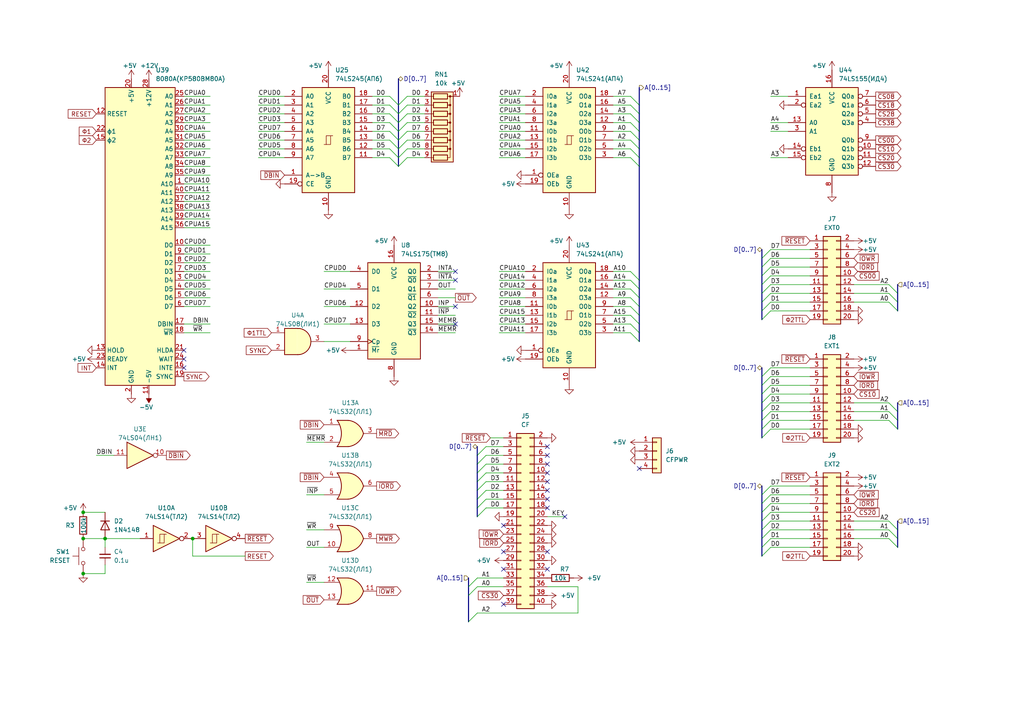
<source format=kicad_sch>
(kicad_sch (version 20230121) (generator eeschema)
  (paper "A4")
  (title_block (title "Pacific-80") (date "2023-07-13") (rev "1"))
  (junction (at 24.13 156.21))
  (junction (at 30.48 156.21))
  (junction (at 24.13 166.37))
  (junction (at 24.13 148.59))
  (junction (at 55.88 156.21))
  (no_connect (at 132.08 88.9))
  (no_connect (at 158.75 132.08))
  (no_connect (at 132.08 81.28))
  (no_connect (at 158.75 134.62))
  (no_connect (at 146.05 175.26))
  (no_connect (at 185.42 135.89))
  (no_connect (at 158.75 144.78))
  (no_connect (at 53.34 106.68))
  (no_connect (at 158.75 137.16))
  (no_connect (at 53.34 101.6))
  (no_connect (at 146.05 165.1))
  (no_connect (at 158.75 165.1))
  (no_connect (at 163.83 149.86))
  (no_connect (at 158.75 129.54))
  (no_connect (at 146.05 160.02))
  (no_connect (at 158.75 139.7))
  (no_connect (at 158.75 142.24))
  (no_connect (at 158.75 160.02))
  (no_connect (at 53.34 104.14))
  (no_connect (at 132.08 78.74))
  (no_connect (at 146.05 152.4))
  (no_connect (at 132.08 93.98))
  (no_connect (at 158.75 147.32))
  (bus_entry (at 113.03 38.1) (size 2.54 2.54))
  (bus_entry (at 140.97 129.54) (size -2.54 2.54))
  (bus_entry (at 223.52 119.38) (size -2.54 2.54))
  (bus_entry (at 223.52 146.05) (size -2.54 2.54))
  (bus_entry (at 257.81 87.63) (size 2.54 2.54))
  (bus_entry (at 140.97 144.78) (size -2.54 2.54))
  (bus_entry (at 182.88 83.82) (size 2.54 2.54))
  (bus_entry (at 223.52 116.84) (size -2.54 2.54))
  (bus_entry (at 182.88 38.1) (size 2.54 2.54))
  (bus_entry (at 223.52 114.3) (size -2.54 2.54))
  (bus_entry (at 118.11 27.94) (size -2.54 2.54))
  (bus_entry (at 182.88 27.94) (size 2.54 2.54))
  (bus_entry (at 118.11 30.48) (size -2.54 2.54))
  (bus_entry (at 182.88 43.18) (size 2.54 2.54))
  (bus_entry (at 223.52 87.63) (size -2.54 2.54))
  (bus_entry (at 223.52 143.51) (size -2.54 2.54))
  (bus_entry (at 257.81 85.09) (size 2.54 2.54))
  (bus_entry (at 113.03 45.72) (size 2.54 2.54))
  (bus_entry (at 182.88 96.52) (size 2.54 2.54))
  (bus_entry (at 138.43 170.18) (size -2.54 2.54))
  (bus_entry (at 223.52 74.93) (size -2.54 2.54))
  (bus_entry (at 140.97 134.62) (size -2.54 2.54))
  (bus_entry (at 182.88 30.48) (size 2.54 2.54))
  (bus_entry (at 223.52 80.01) (size -2.54 2.54))
  (bus_entry (at 182.88 45.72) (size 2.54 2.54))
  (bus_entry (at 140.97 147.32) (size -2.54 2.54))
  (bus_entry (at 113.03 33.02) (size 2.54 2.54))
  (bus_entry (at 113.03 40.64) (size 2.54 2.54))
  (bus_entry (at 223.52 140.97) (size -2.54 2.54))
  (bus_entry (at 223.52 153.67) (size -2.54 2.54))
  (bus_entry (at 257.81 82.55) (size 2.54 2.54))
  (bus_entry (at 182.88 35.56) (size 2.54 2.54))
  (bus_entry (at 257.81 121.92) (size 2.54 2.54))
  (bus_entry (at 140.97 132.08) (size -2.54 2.54))
  (bus_entry (at 118.11 43.18) (size -2.54 2.54))
  (bus_entry (at 118.11 35.56) (size -2.54 2.54))
  (bus_entry (at 223.52 156.21) (size -2.54 2.54))
  (bus_entry (at 118.11 45.72) (size -2.54 2.54))
  (bus_entry (at 138.43 177.8) (size -2.54 2.54))
  (bus_entry (at 182.88 33.02) (size 2.54 2.54))
  (bus_entry (at 223.52 124.46) (size -2.54 2.54))
  (bus_entry (at 140.97 139.7) (size -2.54 2.54))
  (bus_entry (at 257.81 119.38) (size 2.54 2.54))
  (bus_entry (at 113.03 43.18) (size 2.54 2.54))
  (bus_entry (at 138.43 167.64) (size -2.54 2.54))
  (bus_entry (at 223.52 148.59) (size -2.54 2.54))
  (bus_entry (at 182.88 81.28) (size 2.54 2.54))
  (bus_entry (at 182.88 93.98) (size 2.54 2.54))
  (bus_entry (at 113.03 35.56) (size 2.54 2.54))
  (bus_entry (at 223.52 106.68) (size -2.54 2.54))
  (bus_entry (at 223.52 121.92) (size -2.54 2.54))
  (bus_entry (at 182.88 40.64) (size 2.54 2.54))
  (bus_entry (at 223.52 72.39) (size -2.54 2.54))
  (bus_entry (at 118.11 33.02) (size -2.54 2.54))
  (bus_entry (at 182.88 78.74) (size 2.54 2.54))
  (bus_entry (at 223.52 90.17) (size -2.54 2.54))
  (bus_entry (at 118.11 40.64) (size -2.54 2.54))
  (bus_entry (at 257.81 151.13) (size 2.54 2.54))
  (bus_entry (at 140.97 137.16) (size -2.54 2.54))
  (bus_entry (at 223.52 111.76) (size -2.54 2.54))
  (bus_entry (at 182.88 88.9) (size 2.54 2.54))
  (bus_entry (at 113.03 27.94) (size 2.54 2.54))
  (bus_entry (at 182.88 86.36) (size 2.54 2.54))
  (bus_entry (at 182.88 91.44) (size 2.54 2.54))
  (bus_entry (at 223.52 82.55) (size -2.54 2.54))
  (bus_entry (at 223.52 151.13) (size -2.54 2.54))
  (bus_entry (at 257.81 116.84) (size 2.54 2.54))
  (bus_entry (at 118.11 38.1) (size -2.54 2.54))
  (bus_entry (at 257.81 153.67) (size 2.54 2.54))
  (bus_entry (at 140.97 142.24) (size -2.54 2.54))
  (bus_entry (at 223.52 109.22) (size -2.54 2.54))
  (bus_entry (at 257.81 156.21) (size 2.54 2.54))
  (bus_entry (at 113.03 30.48) (size 2.54 2.54))
  (bus_entry (at 223.52 85.09) (size -2.54 2.54))
  (bus_entry (at 223.52 77.47) (size -2.54 2.54))
  (bus_entry (at 223.52 158.75) (size -2.54 2.54))
  (bus (pts (xy 135.89 172.72) (xy 135.89 180.34)))
  (bus (pts (xy 220.98 143.51) (xy 220.98 146.05)))
  (wire (pts (xy 53.34 93.98) (xy 60.96 93.98)))
  (wire (pts (xy 74.93 38.1) (xy 82.55 38.1)))
  (wire (pts (xy 53.34 73.66) (xy 60.96 73.66)))
  (bus (pts (xy 220.98 114.3) (xy 220.98 116.84)))
  (wire (pts (xy 223.52 106.68) (xy 234.95 106.68)))
  (wire (pts (xy 144.78 38.1) (xy 152.4 38.1)))
  (bus (pts (xy 185.42 43.18) (xy 185.42 45.72)))
  (bus (pts (xy 185.42 96.52) (xy 185.42 99.06)))
  (wire (pts (xy 247.65 119.38) (xy 257.81 119.38)))
  (wire (pts (xy 113.03 33.02) (xy 107.95 33.02)))
  (wire (pts (xy 182.88 38.1) (xy 177.8 38.1)))
  (wire (pts (xy 247.65 121.92) (xy 257.81 121.92)))
  (wire (pts (xy 223.52 119.38) (xy 234.95 119.38)))
  (wire (pts (xy 158.75 170.18) (xy 167.64 170.18)))
  (bus (pts (xy 220.98 151.13) (xy 220.98 153.67)))
  (wire (pts (xy 223.52 82.55) (xy 234.95 82.55)))
  (bus (pts (xy 115.57 45.72) (xy 115.57 48.26)))
  (bus (pts (xy 220.98 119.38) (xy 220.98 121.92)))
  (wire (pts (xy 127 91.44) (xy 132.08 91.44)))
  (wire (pts (xy 140.97 144.78) (xy 146.05 144.78)))
  (wire (pts (xy 144.78 45.72) (xy 152.4 45.72)))
  (bus (pts (xy 220.98 106.68) (xy 220.98 109.22)))
  (wire (pts (xy 53.34 63.5) (xy 60.96 63.5)))
  (wire (pts (xy 158.75 149.86) (xy 163.83 149.86)))
  (wire (pts (xy 247.65 156.21) (xy 257.81 156.21)))
  (wire (pts (xy 118.11 43.18) (xy 123.19 43.18)))
  (wire (pts (xy 247.65 153.67) (xy 257.81 153.67)))
  (wire (pts (xy 93.98 99.06) (xy 101.6 99.06)))
  (wire (pts (xy 138.43 177.8) (xy 167.64 177.8)))
  (wire (pts (xy 144.78 91.44) (xy 152.4 91.44)))
  (bus (pts (xy 260.35 87.63) (xy 260.35 90.17)))
  (bus (pts (xy 220.98 111.76) (xy 220.98 114.3)))
  (wire (pts (xy 93.98 83.82) (xy 101.6 83.82)))
  (bus (pts (xy 115.57 33.02) (xy 115.57 35.56)))
  (wire (pts (xy 140.97 147.32) (xy 146.05 147.32)))
  (wire (pts (xy 30.48 158.75) (xy 30.48 156.21)))
  (wire (pts (xy 127 88.9) (xy 132.08 88.9)))
  (wire (pts (xy 118.11 40.64) (xy 123.19 40.64)))
  (wire (pts (xy 53.34 83.82) (xy 60.96 83.82)))
  (wire (pts (xy 127 93.98) (xy 132.08 93.98)))
  (wire (pts (xy 182.88 93.98) (xy 177.8 93.98)))
  (wire (pts (xy 53.34 43.18) (xy 60.96 43.18)))
  (bus (pts (xy 220.98 85.09) (xy 220.98 87.63)))
  (bus (pts (xy 185.42 48.26) (xy 185.42 81.28)))
  (wire (pts (xy 182.88 40.64) (xy 177.8 40.64)))
  (wire (pts (xy 53.34 60.96) (xy 60.96 60.96)))
  (wire (pts (xy 223.52 146.05) (xy 234.95 146.05)))
  (wire (pts (xy 223.52 80.01) (xy 234.95 80.01)))
  (wire (pts (xy 223.52 87.63) (xy 234.95 87.63)))
  (bus (pts (xy 220.98 80.01) (xy 220.98 82.55)))
  (bus (pts (xy 260.35 151.13) (xy 260.35 153.67)))
  (wire (pts (xy 53.34 96.52) (xy 60.96 96.52)))
  (wire (pts (xy 140.97 142.24) (xy 146.05 142.24)))
  (wire (pts (xy 167.64 170.18) (xy 167.64 177.8)))
  (wire (pts (xy 53.34 40.64) (xy 60.96 40.64)))
  (bus (pts (xy 138.43 137.16) (xy 138.43 139.7)))
  (bus (pts (xy 260.35 119.38) (xy 260.35 121.92)))
  (bus (pts (xy 220.98 156.21) (xy 220.98 158.75)))
  (bus (pts (xy 138.43 132.08) (xy 138.43 134.62)))
  (wire (pts (xy 53.34 53.34) (xy 60.96 53.34)))
  (bus (pts (xy 185.42 38.1) (xy 185.42 40.64)))
  (wire (pts (xy 182.88 86.36) (xy 177.8 86.36)))
  (bus (pts (xy 138.43 147.32) (xy 138.43 149.86)))
  (wire (pts (xy 223.52 151.13) (xy 234.95 151.13)))
  (wire (pts (xy 223.52 124.46) (xy 234.95 124.46)))
  (bus (pts (xy 185.42 83.82) (xy 185.42 86.36)))
  (wire (pts (xy 182.88 91.44) (xy 177.8 91.44)))
  (wire (pts (xy 113.03 40.64) (xy 107.95 40.64)))
  (wire (pts (xy 27.94 132.08) (xy 33.02 132.08)))
  (wire (pts (xy 223.52 116.84) (xy 234.95 116.84)))
  (bus (pts (xy 185.42 88.9) (xy 185.42 91.44)))
  (wire (pts (xy 30.48 156.21) (xy 40.64 156.21)))
  (bus (pts (xy 115.57 38.1) (xy 115.57 40.64)))
  (wire (pts (xy 53.34 66.04) (xy 60.96 66.04)))
  (bus (pts (xy 115.57 43.18) (xy 115.57 45.72)))
  (wire (pts (xy 223.52 121.92) (xy 234.95 121.92)))
  (wire (pts (xy 93.98 78.74) (xy 101.6 78.74)))
  (wire (pts (xy 223.52 27.94) (xy 228.6 27.94)))
  (bus (pts (xy 220.98 87.63) (xy 220.98 90.17)))
  (wire (pts (xy 144.78 78.74) (xy 152.4 78.74)))
  (wire (pts (xy 223.52 77.47) (xy 234.95 77.47)))
  (wire (pts (xy 182.88 35.56) (xy 177.8 35.56)))
  (bus (pts (xy 260.35 153.67) (xy 260.35 156.21)))
  (wire (pts (xy 144.78 40.64) (xy 152.4 40.64)))
  (bus (pts (xy 138.43 142.24) (xy 138.43 144.78)))
  (bus (pts (xy 138.43 134.62) (xy 138.43 137.16)))
  (wire (pts (xy 88.9 143.51) (xy 93.98 143.51)))
  (wire (pts (xy 144.78 86.36) (xy 152.4 86.36)))
  (wire (pts (xy 74.93 45.72) (xy 82.55 45.72)))
  (wire (pts (xy 113.03 45.72) (xy 107.95 45.72)))
  (wire (pts (xy 53.34 27.94) (xy 60.96 27.94)))
  (wire (pts (xy 223.52 85.09) (xy 234.95 85.09)))
  (wire (pts (xy 144.78 43.18) (xy 152.4 43.18)))
  (wire (pts (xy 144.78 35.56) (xy 152.4 35.56)))
  (wire (pts (xy 142.24 127) (xy 146.05 127)))
  (bus (pts (xy 185.42 33.02) (xy 185.42 35.56)))
  (bus (pts (xy 135.89 170.18) (xy 135.89 172.72)))
  (wire (pts (xy 223.52 148.59) (xy 234.95 148.59)))
  (bus (pts (xy 220.98 90.17) (xy 220.98 92.71)))
  (wire (pts (xy 24.13 156.21) (xy 30.48 156.21)))
  (bus (pts (xy 220.98 148.59) (xy 220.98 151.13)))
  (wire (pts (xy 223.52 111.76) (xy 234.95 111.76)))
  (wire (pts (xy 127 96.52) (xy 132.08 96.52)))
  (wire (pts (xy 223.52 140.97) (xy 234.95 140.97)))
  (wire (pts (xy 144.78 81.28) (xy 152.4 81.28)))
  (wire (pts (xy 182.88 83.82) (xy 177.8 83.82)))
  (wire (pts (xy 88.9 153.67) (xy 93.98 153.67)))
  (wire (pts (xy 113.03 30.48) (xy 107.95 30.48)))
  (wire (pts (xy 182.88 88.9) (xy 177.8 88.9)))
  (wire (pts (xy 247.65 82.55) (xy 257.81 82.55)))
  (bus (pts (xy 220.98 124.46) (xy 220.98 127)))
  (wire (pts (xy 53.34 45.72) (xy 60.96 45.72)))
  (bus (pts (xy 185.42 40.64) (xy 185.42 43.18)))
  (bus (pts (xy 220.98 82.55) (xy 220.98 85.09)))
  (bus (pts (xy 220.98 121.92) (xy 220.98 124.46)))
  (wire (pts (xy 223.52 74.93) (xy 234.95 74.93)))
  (bus (pts (xy 185.42 86.36) (xy 185.42 88.9)))
  (wire (pts (xy 144.78 88.9) (xy 152.4 88.9)))
  (bus (pts (xy 185.42 35.56) (xy 185.42 38.1)))
  (wire (pts (xy 53.34 48.26) (xy 60.96 48.26)))
  (wire (pts (xy 53.34 78.74) (xy 60.96 78.74)))
  (wire (pts (xy 127 81.28) (xy 132.08 81.28)))
  (wire (pts (xy 144.78 93.98) (xy 152.4 93.98)))
  (wire (pts (xy 223.52 72.39) (xy 234.95 72.39)))
  (wire (pts (xy 53.34 88.9) (xy 60.96 88.9)))
  (bus (pts (xy 115.57 22.86) (xy 115.57 30.48)))
  (wire (pts (xy 53.34 33.02) (xy 60.96 33.02)))
  (wire (pts (xy 144.78 27.94) (xy 152.4 27.94)))
  (wire (pts (xy 118.11 38.1) (xy 123.19 38.1)))
  (wire (pts (xy 223.52 45.72) (xy 228.6 45.72)))
  (wire (pts (xy 247.65 87.63) (xy 257.81 87.63)))
  (wire (pts (xy 74.93 43.18) (xy 82.55 43.18)))
  (wire (pts (xy 223.52 35.56) (xy 228.6 35.56)))
  (bus (pts (xy 115.57 35.56) (xy 115.57 38.1)))
  (bus (pts (xy 185.42 45.72) (xy 185.42 48.26)))
  (bus (pts (xy 138.43 144.78) (xy 138.43 147.32)))
  (wire (pts (xy 88.9 128.27) (xy 93.98 128.27)))
  (wire (pts (xy 127 86.36) (xy 132.08 86.36)))
  (bus (pts (xy 220.98 74.93) (xy 220.98 77.47)))
  (wire (pts (xy 53.34 38.1) (xy 60.96 38.1)))
  (wire (pts (xy 118.11 35.56) (xy 123.19 35.56)))
  (wire (pts (xy 53.34 76.2) (xy 60.96 76.2)))
  (wire (pts (xy 223.52 38.1) (xy 228.6 38.1)))
  (wire (pts (xy 74.93 27.94) (xy 82.55 27.94)))
  (wire (pts (xy 223.52 158.75) (xy 234.95 158.75)))
  (bus (pts (xy 185.42 93.98) (xy 185.42 96.52)))
  (wire (pts (xy 53.34 50.8) (xy 60.96 50.8)))
  (bus (pts (xy 220.98 72.39) (xy 220.98 74.93)))
  (wire (pts (xy 223.52 143.51) (xy 234.95 143.51)))
  (wire (pts (xy 88.9 158.75) (xy 93.98 158.75)))
  (bus (pts (xy 220.98 140.97) (xy 220.98 143.51)))
  (wire (pts (xy 55.88 161.29) (xy 55.88 156.21)))
  (wire (pts (xy 140.97 134.62) (xy 146.05 134.62)))
  (wire (pts (xy 144.78 30.48) (xy 152.4 30.48)))
  (wire (pts (xy 88.9 168.91) (xy 93.98 168.91)))
  (wire (pts (xy 24.13 148.59) (xy 30.48 148.59)))
  (wire (pts (xy 182.88 45.72) (xy 177.8 45.72)))
  (bus (pts (xy 260.35 116.84) (xy 260.35 119.38)))
  (wire (pts (xy 71.12 161.29) (xy 55.88 161.29)))
  (wire (pts (xy 53.34 30.48) (xy 60.96 30.48)))
  (bus (pts (xy 185.42 30.48) (xy 185.42 33.02)))
  (wire (pts (xy 127 83.82) (xy 132.08 83.82)))
  (wire (pts (xy 182.88 96.52) (xy 177.8 96.52)))
  (wire (pts (xy 113.03 35.56) (xy 107.95 35.56)))
  (wire (pts (xy 74.93 30.48) (xy 82.55 30.48)))
  (bus (pts (xy 260.35 85.09) (xy 260.35 87.63)))
  (bus (pts (xy 260.35 156.21) (xy 260.35 158.75)))
  (wire (pts (xy 182.88 27.94) (xy 177.8 27.94)))
  (wire (pts (xy 93.98 88.9) (xy 101.6 88.9)))
  (wire (pts (xy 74.93 40.64) (xy 82.55 40.64)))
  (wire (pts (xy 247.65 85.09) (xy 257.81 85.09)))
  (wire (pts (xy 182.88 43.18) (xy 177.8 43.18)))
  (wire (pts (xy 223.52 90.17) (xy 234.95 90.17)))
  (wire (pts (xy 140.97 129.54) (xy 146.05 129.54)))
  (wire (pts (xy 182.88 81.28) (xy 177.8 81.28)))
  (wire (pts (xy 53.34 58.42) (xy 60.96 58.42)))
  (wire (pts (xy 144.78 83.82) (xy 152.4 83.82)))
  (bus (pts (xy 185.42 25.4) (xy 185.42 30.48)))
  (wire (pts (xy 182.88 33.02) (xy 177.8 33.02)))
  (wire (pts (xy 127 78.74) (xy 132.08 78.74)))
  (bus (pts (xy 138.43 139.7) (xy 138.43 142.24)))
  (wire (pts (xy 223.52 114.3) (xy 234.95 114.3)))
  (bus (pts (xy 220.98 77.47) (xy 220.98 80.01)))
  (bus (pts (xy 220.98 116.84) (xy 220.98 119.38)))
  (bus (pts (xy 115.57 30.48) (xy 115.57 33.02)))
  (wire (pts (xy 53.34 35.56) (xy 60.96 35.56)))
  (bus (pts (xy 185.42 81.28) (xy 185.42 83.82)))
  (wire (pts (xy 113.03 43.18) (xy 107.95 43.18)))
  (wire (pts (xy 223.52 156.21) (xy 234.95 156.21)))
  (wire (pts (xy 144.78 96.52) (xy 152.4 96.52)))
  (wire (pts (xy 53.34 55.88) (xy 60.96 55.88)))
  (wire (pts (xy 140.97 139.7) (xy 146.05 139.7)))
  (wire (pts (xy 138.43 170.18) (xy 146.05 170.18)))
  (bus (pts (xy 220.98 153.67) (xy 220.98 156.21)))
  (bus (pts (xy 138.43 129.54) (xy 138.43 132.08)))
  (wire (pts (xy 53.34 71.12) (xy 60.96 71.12)))
  (wire (pts (xy 140.97 137.16) (xy 146.05 137.16)))
  (wire (pts (xy 182.88 30.48) (xy 177.8 30.48)))
  (wire (pts (xy 223.52 109.22) (xy 234.95 109.22)))
  (bus (pts (xy 260.35 82.55) (xy 260.35 85.09)))
  (wire (pts (xy 113.03 27.94) (xy 107.95 27.94)))
  (wire (pts (xy 74.93 35.56) (xy 82.55 35.56)))
  (bus (pts (xy 220.98 109.22) (xy 220.98 111.76)))
  (wire (pts (xy 138.43 167.64) (xy 146.05 167.64)))
  (wire (pts (xy 30.48 163.83) (xy 30.48 166.37)))
  (wire (pts (xy 30.48 166.37) (xy 24.13 166.37)))
  (wire (pts (xy 247.65 116.84) (xy 257.81 116.84)))
  (bus (pts (xy 220.98 146.05) (xy 220.98 148.59)))
  (wire (pts (xy 118.11 33.02) (xy 123.19 33.02)))
  (wire (pts (xy 140.97 132.08) (xy 146.05 132.08)))
  (bus (pts (xy 135.89 167.64) (xy 135.89 170.18)))
  (wire (pts (xy 223.52 153.67) (xy 234.95 153.67)))
  (wire (pts (xy 53.34 86.36) (xy 60.96 86.36)))
  (wire (pts (xy 118.11 30.48) (xy 123.19 30.48)))
  (wire (pts (xy 93.98 93.98) (xy 101.6 93.98)))
  (wire (pts (xy 144.78 33.02) (xy 152.4 33.02)))
  (wire (pts (xy 53.34 81.28) (xy 60.96 81.28)))
  (wire (pts (xy 182.88 78.74) (xy 177.8 78.74)))
  (bus (pts (xy 185.42 91.44) (xy 185.42 93.98)))
  (bus (pts (xy 115.57 40.64) (xy 115.57 43.18)))
  (wire (pts (xy 118.11 27.94) (xy 123.19 27.94)))
  (wire (pts (xy 118.11 45.72) (xy 123.19 45.72)))
  (wire (pts (xy 247.65 151.13) (xy 257.81 151.13)))
  (wire (pts (xy 113.03 38.1) (xy 107.95 38.1)))
  (wire (pts (xy 74.93 33.02) (xy 82.55 33.02)))
  (bus (pts (xy 220.98 158.75) (xy 220.98 161.29)))
  (bus (pts (xy 260.35 121.92) (xy 260.35 124.46)))
  (label "CPUD3" (at 53.34 78.74 0))
  (label "KEY" (at 160.02 149.86 0))
  (label "D7" (at 223.52 72.39 0))
  (label "A2" (at 255.27 151.13 0))
  (label "A0" (at 255.27 121.92 0))
  (label "A12" (at 181.61 83.82 180))
  (label "D5" (at 223.52 111.76 0))
  (label "D3" (at 111.76 35.56 180))
  (label "CPUA11" (at 53.34 55.88 0))
  (label "CPUD1" (at 74.93 30.48 0))
  (label "A9" (at 181.61 86.36 180))
  (label "D6" (at 223.52 143.51 0))
  (label "A1" (at 181.61 35.56 180))
  (label "D4" (at 119.38 45.72 0))
  (label "CPUA2" (at 53.34 33.02 0))
  (label "DBIN" (at 27.94 132.08 0))
  (label "DBIN" (at 55.88 93.98 0))
  (label "CPUA14" (at 53.34 63.5 0))
  (label "INP" (at 127 88.9 0))
  (label "A0" (at 255.27 156.21 0))
  (label "D6" (at 111.76 40.64 180))
  (label "A1" (at 255.27 85.09 0))
  (label "A4" (at 181.61 43.18 180))
  (label "OUT" (at 88.9 158.75 0))
  (label "~{INTA}" (at 127 81.28 0))
  (label "CPUD5" (at 53.34 83.82 0))
  (label "D0" (at 119.38 27.94 0))
  (label "CPUA15" (at 144.78 91.44 0))
  (label "~{MEMR}" (at 127 96.52 0))
  (label "CPUD7" (at 93.98 93.98 0))
  (label "CPUA5" (at 53.34 40.64 0))
  (label "CPUD7" (at 53.34 88.9 0))
  (label "D1" (at 223.52 121.92 0))
  (label "A2" (at 255.27 82.55 0))
  (label "D4" (at 223.52 80.01 0))
  (label "~{WR}" (at 88.9 153.67 0))
  (label "CPUA14" (at 144.78 81.28 0))
  (label "D0" (at 223.52 158.75 0))
  (label "CPUA13" (at 144.78 93.98 0))
  (label "A13" (at 181.61 93.98 180))
  (label "CPUA4" (at 53.34 38.1 0))
  (label "OUT" (at 127 83.82 0))
  (label "CPUD6" (at 74.93 40.64 0))
  (label "CPUA7" (at 53.34 45.72 0))
  (label "A15" (at 181.61 91.44 180))
  (label "D5" (at 142.24 134.62 0))
  (label "CPUA1" (at 53.34 30.48 0))
  (label "A0" (at 181.61 38.1 180))
  (label "D3" (at 142.24 139.7 0))
  (label "CPUA3" (at 53.34 35.56 0))
  (label "D6" (at 142.24 132.08 0))
  (label "A2" (at 139.7 177.8 0))
  (label "A5" (at 181.61 30.48 180))
  (label "D2" (at 111.76 33.02 180))
  (label "CPUD7" (at 74.93 38.1 0))
  (label "CPUA9" (at 144.78 86.36 0))
  (label "D2" (at 142.24 142.24 0))
  (label "D3" (at 223.52 116.84 0))
  (label "D1" (at 223.52 156.21 0))
  (label "A3" (at 181.61 33.02 180))
  (label "A2" (at 181.61 40.64 180))
  (label "CPUD2" (at 74.93 33.02 0))
  (label "CPUA10" (at 144.78 78.74 0))
  (label "D7" (at 142.24 129.54 0))
  (label "CPUD4" (at 53.34 81.28 0))
  (label "A6" (at 181.61 45.72 180))
  (label "CPUA7" (at 144.78 27.94 0))
  (label "D2" (at 223.52 119.38 0))
  (label "D5" (at 111.76 43.18 180))
  (label "D5" (at 119.38 43.18 0))
  (label "D7" (at 223.52 140.97 0))
  (label "A1" (at 139.7 167.64 0))
  (label "CPUD0" (at 74.93 27.94 0))
  (label "D2" (at 223.52 153.67 0))
  (label "D1" (at 111.76 30.48 180))
  (label "CPUD5" (at 74.93 43.18 0))
  (label "D7" (at 111.76 38.1 180))
  (label "CPUD0" (at 93.98 78.74 0))
  (label "CPUA8" (at 144.78 88.9 0))
  (label "CPUD3" (at 74.93 35.56 0))
  (label "CPUA3" (at 144.78 33.02 0))
  (label "D4" (at 223.52 114.3 0))
  (label "~{INP}" (at 88.9 143.51 0))
  (label "A7" (at 181.61 27.94 180))
  (label "D1" (at 223.52 87.63 0))
  (label "CPUD2" (at 53.34 76.2 0))
  (label "CPUA15" (at 53.34 66.04 0))
  (label "A11" (at 181.61 96.52 180))
  (label "CPUD1" (at 53.34 73.66 0))
  (label "CPUA0" (at 144.78 38.1 0))
  (label "D0" (at 142.24 147.32 0))
  (label "A0" (at 255.27 87.63 0))
  (label "MEMR" (at 127 93.98 0))
  (label "D2" (at 119.38 33.02 0))
  (label "D3" (at 223.52 82.55 0))
  (label "~{MEMR}" (at 88.9 128.27 0))
  (label "CPUD4" (at 93.98 83.82 0))
  (label "D6" (at 119.38 40.64 0))
  (label "CPUA9" (at 53.34 50.8 0))
  (label "D0" (at 111.76 27.94 180))
  (label "CPUA12" (at 144.78 83.82 0))
  (label "CPUD0" (at 53.34 71.12 0))
  (label "D5" (at 223.52 146.05 0))
  (label "~{WR}" (at 88.9 168.91 0))
  (label "A2" (at 255.27 116.84 0))
  (label "D5" (at 223.52 77.47 0))
  (label "CPUA5" (at 144.78 30.48 0))
  (label "~{INP}" (at 127 91.44 0))
  (label "CPUA8" (at 53.34 48.26 0))
  (label "CPUD6" (at 53.34 86.36 0))
  (label "D0" (at 223.52 90.17 0))
  (label "D6" (at 223.52 74.93 0))
  (label "A3" (at 226.06 45.72 180))
  (label "CPUA13" (at 53.34 60.96 0))
  (label "D7" (at 119.38 38.1 0))
  (label "D1" (at 119.38 30.48 0))
  (label "CPUD4" (at 74.93 45.72 0))
  (label "D2" (at 223.52 85.09 0))
  (label "A14" (at 181.61 81.28 180))
  (label "D3" (at 223.52 151.13 0))
  (label "CPUA12" (at 53.34 58.42 0))
  (label "INTA" (at 127 78.74 0))
  (label "D1" (at 142.24 144.78 0))
  (label "A3" (at 226.06 27.94 180))
  (label "A0" (at 139.7 170.18 0))
  (label "D4" (at 223.52 148.59 0))
  (label "CPUA1" (at 144.78 35.56 0))
  (label "~{WR}" (at 55.88 96.52 0))
  (label "CPUA4" (at 144.78 43.18 0))
  (label "A10" (at 181.61 78.74 180))
  (label "CPUA6" (at 53.34 43.18 0))
  (label "D4" (at 142.24 137.16 0))
  (label "CPUA6" (at 144.78 45.72 0))
  (label "CPUA10" (at 53.34 53.34 0))
  (label "D0" (at 223.52 124.46 0))
  (label "CPUD6" (at 93.98 88.9 0))
  (label "D7" (at 223.52 106.68 0))
  (label "A1" (at 255.27 153.67 0))
  (label "D6" (at 223.52 109.22 0))
  (label "A5" (at 226.06 38.1 180))
  (label "CPUA0" (at 53.34 27.94 0))
  (label "CPUA11" (at 144.78 96.52 0))
  (label "A1" (at 255.27 119.38 0))
  (label "D3" (at 119.38 35.56 0))
  (label "A8" (at 181.61 88.9 180))
  (label "D4" (at 111.76 45.72 180))
  (label "A4" (at 226.06 35.56 180))
  (label "CPUA2" (at 144.78 40.64 0))
  (global_label "~{CS30}" (shape input) (at 146.05 172.72 180) (property "Intersheetrefs" "${INTERSHEET_REFS}" (effects hide)))
  (global_label "~{CS20}" (shape input) (at 247.65 148.59 0) (property "Intersheetrefs" "${INTERSHEET_REFS}" (effects hide)))
  (global_label "~{OUT}" (shape input) (at 93.98 173.99 180) (property "Intersheetrefs" "${INTERSHEET_REFS}" (effects hide)))
  (global_label "~{IOWR}" (shape input) (at 247.65 109.22 0) (property "Intersheetrefs" "${INTERSHEET_REFS}" (effects hide)))
  (global_label "Ф1" (shape input) (at 27.94 38.1 180) (property "Intersheetrefs" "${INTERSHEET_REFS}" (effects hide)))
  (global_label "~{IORD}" (shape input) (at 146.05 157.48 180) (property "Intersheetrefs" "${INTERSHEET_REFS}" (effects hide)))
  (global_label "~{DBIN}" (shape input) (at 93.98 123.19 180) (property "Intersheetrefs" "${INTERSHEET_REFS}" (effects hide)))
  (global_label "~{OUT}" (shape output) (at 132.08 86.36 0) (property "Intersheetrefs" "${INTERSHEET_REFS}" (effects hide)))
  (global_label "~{DBIN}" (shape output) (at 48.26 132.08 0) (property "Intersheetrefs" "${INTERSHEET_REFS}" (effects hide)))
  (global_label "Ф2TTL" (shape input) (at 234.95 92.71 180) (property "Intersheetrefs" "${INTERSHEET_REFS}" (effects hide)))
  (global_label "~{CS10}" (shape output) (at 254 43.18 0) (property "Intersheetrefs" "${INTERSHEET_REFS}" (effects hide)))
  (global_label "~{RESET}" (shape input) (at 142.24 127 180) (property "Intersheetrefs" "${INTERSHEET_REFS}" (effects hide)))
  (global_label "~{RESET}" (shape input) (at 234.95 138.43 180) (property "Intersheetrefs" "${INTERSHEET_REFS}" (effects hide)))
  (global_label "Ф2" (shape input) (at 27.94 40.64 180) (property "Intersheetrefs" "${INTERSHEET_REFS}" (effects hide)))
  (global_label "~{CS00}" (shape output) (at 254 40.64 0) (property "Intersheetrefs" "${INTERSHEET_REFS}" (effects hide)))
  (global_label "~{IOWR}" (shape input) (at 247.65 143.51 0) (property "Intersheetrefs" "${INTERSHEET_REFS}" (effects hide)))
  (global_label "Ф1TTL" (shape input) (at 78.74 96.52 180) (property "Intersheetrefs" "${INTERSHEET_REFS}" (effects hide)))
  (global_label "~{CS20}" (shape output) (at 254 45.72 0) (property "Intersheetrefs" "${INTERSHEET_REFS}" (effects hide)))
  (global_label "~{IORD}" (shape input) (at 247.65 146.05 0) (property "Intersheetrefs" "${INTERSHEET_REFS}" (effects hide)))
  (global_label "~{IORD}" (shape output) (at 109.22 140.97 0) (property "Intersheetrefs" "${INTERSHEET_REFS}" (effects hide)))
  (global_label "~{RESET}" (shape input) (at 234.95 104.14 180) (property "Intersheetrefs" "${INTERSHEET_REFS}" (effects hide)))
  (global_label "~{CS00}" (shape input) (at 247.65 80.01 0) (property "Intersheetrefs" "${INTERSHEET_REFS}" (effects hide)))
  (global_label "~{CS38}" (shape output) (at 254 35.56 0) (property "Intersheetrefs" "${INTERSHEET_REFS}" (effects hide)))
  (global_label "~{CS08}" (shape output) (at 254 27.94 0) (property "Intersheetrefs" "${INTERSHEET_REFS}" (effects hide)))
  (global_label "Ф2TTL" (shape input) (at 234.95 127 180) (property "Intersheetrefs" "${INTERSHEET_REFS}" (effects hide)))
  (global_label "SYNC" (shape input) (at 78.74 101.6 180) (property "Intersheetrefs" "${INTERSHEET_REFS}" (effects hide)))
  (global_label "~{CS10}" (shape input) (at 247.65 114.3 0) (property "Intersheetrefs" "${INTERSHEET_REFS}" (effects hide)))
  (global_label "~{CS30}" (shape output) (at 254 48.26 0) (property "Intersheetrefs" "${INTERSHEET_REFS}" (effects hide)))
  (global_label "~{IOWR}" (shape input) (at 146.05 154.94 180) (property "Intersheetrefs" "${INTERSHEET_REFS}" (effects hide)))
  (global_label "~{MWR}" (shape output) (at 109.22 156.21 0) (property "Intersheetrefs" "${INTERSHEET_REFS}" (effects hide)))
  (global_label "~{CS18}" (shape output) (at 254 30.48 0) (property "Intersheetrefs" "${INTERSHEET_REFS}" (effects hide)))
  (global_label "Ф2TTL" (shape input) (at 234.95 161.29 180) (property "Intersheetrefs" "${INTERSHEET_REFS}" (effects hide)))
  (global_label "~{RESET}" (shape output) (at 71.12 156.21 0) (property "Intersheetrefs" "${INTERSHEET_REFS}" (effects hide)))
  (global_label "~{RESET}" (shape input) (at 234.95 69.85 180) (property "Intersheetrefs" "${INTERSHEET_REFS}" (effects hide)))
  (global_label "SYNC" (shape output) (at 53.34 109.22 0) (property "Intersheetrefs" "${INTERSHEET_REFS}" (effects hide)))
  (global_label "RESET" (shape input) (at 27.94 33.02 180) (property "Intersheetrefs" "${INTERSHEET_REFS}" (effects hide)))
  (global_label "~{IORD}" (shape input) (at 247.65 111.76 0) (property "Intersheetrefs" "${INTERSHEET_REFS}" (effects hide)))
  (global_label "RESET" (shape output) (at 71.12 161.29 0) (property "Intersheetrefs" "${INTERSHEET_REFS}" (effects hide)))
  (global_label "~{CS28}" (shape output) (at 254 33.02 0) (property "Intersheetrefs" "${INTERSHEET_REFS}" (effects hide)))
  (global_label "~{IORD}" (shape input) (at 247.65 77.47 0) (property "Intersheetrefs" "${INTERSHEET_REFS}" (effects hide)))
  (global_label "~{DBIN}" (shape input) (at 82.55 50.8 180) (property "Intersheetrefs" "${INTERSHEET_REFS}" (effects hide)))
  (global_label "~{MRD}" (shape output) (at 109.22 125.73 0) (property "Intersheetrefs" "${INTERSHEET_REFS}" (effects hide)))
  (global_label "~{IOWR}" (shape output) (at 109.22 171.45 0) (property "Intersheetrefs" "${INTERSHEET_REFS}" (effects hide)))
  (global_label "~{DBIN}" (shape input) (at 93.98 138.43 180) (property "Intersheetrefs" "${INTERSHEET_REFS}" (effects hide)))
  (global_label "~{IOWR}" (shape input) (at 247.65 74.93 0) (property "Intersheetrefs" "${INTERSHEET_REFS}" (effects hide)))
  (global_label "INT" (shape input) (at 27.94 106.68 180) (property "Intersheetrefs" "${INTERSHEET_REFS}" (effects hide)))
  (hierarchical_label "A[0..15]" (shape output) (at 185.42 25.4 0))
  (hierarchical_label "A[0..15]" (shape input) (at 135.89 167.64 180))
  (hierarchical_label "D[0..7]" (shape bidirectional) (at 115.57 22.86 0))
  (hierarchical_label "A[0..15]" (shape input) (at 260.35 82.55 0))
  (hierarchical_label "A[0..15]" (shape input) (at 260.35 116.84 0))
  (hierarchical_label "D[0..7]" (shape bidirectional) (at 220.98 106.68 180))
  (hierarchical_label "A[0..15]" (shape input) (at 260.35 151.13 0))
  (hierarchical_label "D[0..7]" (shape bidirectional) (at 220.98 140.97 180))
  (hierarchical_label "D[0..7]" (shape bidirectional) (at 220.98 72.39 180))
  (hierarchical_label "D[0..7]" (shape bidirectional) (at 138.43 129.54 180))
  (symbol (lib_id "power:+5V") (at 166.37 167.64 270) (unit 1)
    (property "Reference" "#PWR04" (effects hide))
    (property "Value" "+5V" (at 170.18 167.64 90) (effects (justify left)))
    (instances (project "pac80" (path "" (reference "#PWR04") (unit 1)) (path "" (reference "#PWR0250") (unit 1)) (path "" (reference "#PWR0141") (unit 1))))
  )
  (symbol (lib_id "power:GND") (at 152.4 101.6 270) (unit 1)
    (property "Reference" "#PWR02" (effects hide))
    (property "Value" "GND" (effects hide))
    (instances (project "pac80" (path "" (reference "#PWR02") (unit 1)) (path "" (reference "#PWR0237") (unit 1))))
  )
  (symbol (lib_id "power:+5V") (at 133.35 27.94 0) (unit 1)
    (property "Reference" "#PWR04" (effects hide))
    (property "Value" "+5V" (at 130.81 24.13 0) (effects (justify left)))
    (instances (project "pac80" (path "" (reference "#PWR04") (unit 1)) (path "" (reference "#PWR0232") (unit 1))))
  )
  (symbol (lib_id "power:+5V") (at 247.65 69.85 270) (unit 1)
    (property "Reference" "#PWR04" (effects hide))
    (property "Value" "+5V" (at 250.19 69.85 90) (effects (justify left)))
    (instances (project "pac80" (path "" (reference "#PWR04") (unit 1)) (path "" (reference "#PWR0258") (unit 1)) (path "" (reference "#PWR0141") (unit 1))))
  )
  (symbol (lib_id "power:GND") (at 247.65 127 90) (unit 1)
    (property "Reference" "#PWR02" (effects hide))
    (property "Value" "GND" (effects hide))
    (instances (project "pac80" (path "" (reference "#PWR02") (unit 1)) (path "" (reference "#PWR0265") (unit 1)) (path "" (reference "#PWR0151") (unit 1))))
  )
  (symbol (lib_id "power:GND") (at 95.25 60.96 0) (unit 1)
    (property "Reference" "#PWR03" (effects hide))
    (property "Value" "GND" (effects hide))
    (instances (project "pac80" (path "" (reference "#PWR03") (unit 1)) (path "" (reference "#PWR062") (unit 1)) (path "" (reference "#PWR077") (unit 1)) (path "" (reference "#PWR0228") (unit 1))))
  )
  (symbol (lib_id "power:GND") (at 24.13 166.37 0) (unit 1)
    (property "Reference" "#PWR02" (effects hide))
    (property "Value" "GND" (effects hide))
    (instances (project "pac80" (path "" (reference "#PWR02") (unit 1)) (path "" (reference "#PWR0219") (unit 1))))
  )
  (symbol (lib_id "power:GND") (at 82.55 53.34 270) (unit 1)
    (property "Reference" "#PWR02" (effects hide))
    (property "Value" "GND" (effects hide))
    (instances (project "pac80" (path "" (reference "#PWR02") (unit 1)) (path "" (reference "#PWR0226") (unit 1))))
  )
  (symbol (lib_id "74xx:74LS32") (at 101.6 156.21 0) (unit 3)
    (property "Reference" "U13" (at 101.6 147.32 0))
    (property "Value" "74LS32(ЛЛ1)" (at 101.6 149.86 0))
    (property "Footprint" "Package_DIP:DIP-14_W7.62mm" (effects hide))
    (property "Datasheet" "http://www.ti.com/lit/gpn/sn74LS32" (effects hide))
  )
  (symbol (lib_id "power:GND") (at 158.75 152.4 90) (unit 1)
    (property "Reference" "#PWR02" (effects hide))
    (property "Value" "GND" (effects hide))
    (instances (project "pac80" (path "" (reference "#PWR02") (unit 1)) (path "" (reference "#PWR0240") (unit 1)) (path "" (reference "#PWR0151") (unit 1))))
  )
  (symbol (lib_id "power:+5V") (at 95.25 20.32 0) (unit 1)
    (property "Reference" "#PWR02" (effects hide))
    (property "Value" "+5V" (at 91.44 19.05 0))
    (instances (project "pac80" (path "" (reference "#PWR02") (unit 1)) (path "" (reference "#PWR061") (unit 1)) (path "" (reference "#PWR076") (unit 1)) (path "" (reference "#PWR0227") (unit 1))))
  )
  (symbol (lib_id "power:GND") (at 27.94 101.6 270) (unit 1)
    (property "Reference" "#PWR02" (effects hide))
    (property "Value" "GND" (effects hide))
    (instances (project "pac80" (path "" (reference "#PWR02") (unit 1)) (path "" (reference "#PWR0220") (unit 1))))
  )
  (symbol (lib_id "power:+5V") (at 247.65 138.43 270) (unit 1)
    (property "Reference" "#PWR04" (effects hide))
    (property "Value" "+5V" (at 250.19 138.43 90) (effects (justify left)))
    (instances (project "pac80" (path "" (reference "#PWR04") (unit 1)) (path "" (reference "#PWR0266") (unit 1)) (path "" (reference "#PWR0141") (unit 1))))
  )
  (symbol (lib_id "Switch:SW_Push") (at 24.13 161.29 90) (unit 1)
    (property "Reference" "SW1" (at 20.32 160.02 90) (effects (justify left)))
    (property "Value" "RESET" (at 20.32 162.56 90) (effects (justify left)))
    (property "Footprint" "Button_Switch_THT:SW_PUSH_6mm" (effects hide))
  )
  (symbol (lib_id "power:GND") (at 185.42 133.35 270) (unit 1)
    (property "Reference" "#PWR02" (effects hide))
    (property "Value" "GND" (effects hide))
    (instances (project "pac80" (path "" (reference "#PWR02") (unit 1)) (path "" (reference "#PWR0253") (unit 1)) (path "" (reference "#PWR0151") (unit 1))))
  )
  (symbol (lib_id "power:GND") (at 158.75 154.94 90) (unit 1)
    (property "Reference" "#PWR02" (effects hide))
    (property "Value" "GND" (effects hide))
    (instances (project "pac80" (path "" (reference "#PWR02") (unit 1)) (path "" (reference "#PWR0241") (unit 1)) (path "" (reference "#PWR0151") (unit 1))))
  )
  (symbol (lib_id "power:GND") (at 152.4 50.8 270) (unit 1)
    (property "Reference" "#PWR02" (effects hide))
    (property "Value" "GND" (effects hide))
    (instances (project "pac80" (path "" (reference "#PWR02") (unit 1)) (path "" (reference "#PWR0235") (unit 1))))
  )
  (symbol (lib_id "power:+5V") (at 241.3 20.32 0) (unit 1)
    (property "Reference" "#PWR02" (effects hide))
    (property "Value" "+5V" (at 237.49 19.05 0))
    (instances (project "pac80" (path "" (reference "#PWR02") (unit 1)) (path "" (reference "#PWR061") (unit 1)) (path "" (reference "#PWR076") (unit 1)) (path "" (reference "#PWR0256") (unit 1))))
  )
  (symbol (lib_id "power:GND") (at 158.75 157.48 90) (unit 1)
    (property "Reference" "#PWR02" (effects hide))
    (property "Value" "GND" (effects hide))
    (instances (project "pac80" (path "" (reference "#PWR02") (unit 1)) (path "" (reference "#PWR0242") (unit 1)) (path "" (reference "#PWR0151") (unit 1))))
  )
  (symbol (lib_id "power:+5V") (at 152.4 104.14 90) (unit 1)
    (property "Reference" "#PWR02" (effects hide))
    (property "Value" "+5V" (at 147.32 104.14 90))
    (instances (project "pac80" (path "" (reference "#PWR02") (unit 1)) (path "" (reference "#PWR055") (unit 1)) (path "" (reference "#PWR074") (unit 1)) (path "" (reference "#PWR0238") (unit 1))))
  )
  (symbol (lib_id "power:GND") (at 38.1 114.3 0) (unit 1)
    (property "Reference" "#PWR02" (effects hide))
    (property "Value" "GND" (effects hide))
    (instances (project "pac80" (path "" (reference "#PWR02") (unit 1)) (path "" (reference "#PWR0223") (unit 1))))
  )
  (symbol (lib_id "power:GND") (at 228.6 43.18 270) (unit 1)
    (property "Reference" "#PWR02" (effects hide))
    (property "Value" "GND" (effects hide))
    (instances (project "pac80" (path "" (reference "#PWR02") (unit 1)) (path "" (reference "#PWR0255") (unit 1))))
  )
  (symbol (lib_id "power:GND") (at 185.42 130.81 270) (unit 1)
    (property "Reference" "#PWR02" (effects hide))
    (property "Value" "GND" (effects hide))
    (instances (project "pac80" (path "" (reference "#PWR02") (unit 1)) (path "" (reference "#PWR0252") (unit 1)) (path "" (reference "#PWR0151") (unit 1))))
  )
  (symbol (lib_id "74xx:74LS32") (at 101.6 171.45 0) (unit 4)
    (property "Reference" "U13" (at 101.6 162.56 0))
    (property "Value" "74LS32(ЛЛ1)" (at 101.6 165.1 0))
    (property "Footprint" "Package_DIP:DIP-14_W7.62mm" (effects hide))
    (property "Datasheet" "http://www.ti.com/lit/gpn/sn74LS32" (effects hide))
  )
  (symbol (lib_id "power:GND") (at 165.1 111.76 0) (unit 1)
    (property "Reference" "#PWR03" (effects hide))
    (property "Value" "GND" (effects hide))
    (instances (project "pac80" (path "" (reference "#PWR03") (unit 1)) (path "" (reference "#PWR062") (unit 1)) (path "" (reference "#PWR077") (unit 1)) (path "" (reference "#PWR0249") (unit 1))))
  )
  (symbol (lib_id "power:GND") (at 228.6 30.48 270) (unit 1)
    (property "Reference" "#PWR02" (effects hide))
    (property "Value" "GND" (effects hide))
    (instances (project "pac80" (path "" (reference "#PWR02") (unit 1)) (path "" (reference "#PWR0254") (unit 1))))
  )
  (symbol (lib_id "power:GND") (at 247.65 158.75 90) (unit 1)
    (property "Reference" "#PWR02" (effects hide))
    (property "Value" "GND" (effects hide))
    (instances (project "pac80" (path "" (reference "#PWR02") (unit 1)) (path "" (reference "#PWR0268") (unit 1)) (path "" (reference "#PWR0151") (unit 1))))
  )
  (symbol (lib_id "74xx:74LS32") (at 101.6 140.97 0) (unit 2)
    (property "Reference" "U13" (at 101.6 132.08 0))
    (property "Value" "74LS32(ЛЛ1)" (at 101.6 134.62 0))
    (property "Footprint" "Package_DIP:DIP-14_W7.62mm" (effects hide))
    (property "Datasheet" "http://www.ti.com/lit/gpn/sn74LS32" (effects hide))
  )
  (symbol (lib_id "power:GND") (at 165.1 60.96 0) (unit 1)
    (property "Reference" "#PWR03" (effects hide))
    (property "Value" "GND" (effects hide))
    (instances (project "pac80" (path "" (reference "#PWR03") (unit 1)) (path "" (reference "#PWR062") (unit 1)) (path "" (reference "#PWR077") (unit 1)) (path "" (reference "#PWR0247") (unit 1))))
  )
  (symbol (lib_id "Device:R") (at 162.56 167.64 270) (mirror x) (unit 1)
    (property "Reference" "R7" (at 165.1 165.1 90) (effects (justify right)))
    (property "Value" "10k" (at 162.56 167.64 90))
    (property "Footprint" "Resistor_THT:R_Axial_DIN0207_L6.3mm_D2.5mm_P7.62mm_Horizontal" (effects hide))
    (instances (project "pac80" (path "" (reference "R7") (unit 1)) (path "" (reference "R16") (unit 1)) (path "" (reference "R16") (unit 1))))
  )
  (symbol (lib_id "power:GND") (at 247.65 124.46 90) (unit 1)
    (property "Reference" "#PWR02" (effects hide))
    (property "Value" "GND" (effects hide))
    (instances (project "pac80" (path "" (reference "#PWR02") (unit 1)) (path "" (reference "#PWR0264") (unit 1)) (path "" (reference "#PWR0151") (unit 1))))
  )
  (symbol (lib_id "Diode:1N4148") (at 30.48 152.4 270) (unit 1)
    (property "Reference" "D2" (at 33.02 151.13 90) (effects (justify left)))
    (property "Value" "1N4148" (at 33.02 153.67 90) (effects (justify left)))
    (property "Footprint" "Diode_THT:D_DO-35_SOD27_P7.62mm_Horizontal" (effects hide))
    (property "Datasheet" "https://assets.nexperia.com/documents/data-sheet/1N4148_1N4448.pdf" (effects hide))
    (property "Sim.Device" "D" (effects hide))
    (property "Sim.Pins" "1=K 2=A" (effects hide))
    (instances (project "pac80" (path "" (reference "D2") (unit 1)) (path "" (reference "D4") (unit 1))))
  )
  (symbol (lib_id "power:+5V") (at 114.3 71.12 0) (unit 1)
    (property "Reference" "#PWR02" (effects hide))
    (property "Value" "+5V" (at 110.49 69.85 0))
    (instances (project "pac80" (path "" (reference "#PWR02") (unit 1)) (path "" (reference "#PWR012") (unit 1)) (path "" (reference "#PWR0230") (unit 1))))
  )
  (symbol (lib_id "Device:C_Small") (at 30.48 161.29 180) (unit 1)
    (property "Reference" "C4" (at 33.02 160.0136 0) (effects (justify right)))
    (property "Value" "0.1u" (at 33.02 162.5536 0) (effects (justify right)))
    (property "Footprint" "Capacitor_THT:C_Disc_D5.0mm_W2.5mm_P5.00mm" (effects hide))
    (instances (project "pac80" (path "" (reference "C4") (unit 1)) (path "" (reference "C55") (unit 1))))
  )
  (symbol (lib_id "74xx:74LS14") (at 48.26 156.21 0) (unit 1)
    (property "Reference" "U10" (at 48.26 147.32 0))
    (property "Value" "74LS14(ТЛ2)" (at 48.26 149.86 0))
    (property "Footprint" "Package_DIP:DIP-14_W7.62mm" (effects hide))
    (property "Datasheet" "http://www.ti.com/lit/gpn/sn74LS14" (effects hide))
  )
  (symbol (lib_id "power:GND") (at 158.75 162.56 90) (unit 1)
    (property "Reference" "#PWR02" (effects hide))
    (property "Value" "GND" (effects hide))
    (instances (project "pac80" (path "" (reference "#PWR02") (unit 1)) (path "" (reference "#PWR0243") (unit 1)) (path "" (reference "#PWR0151") (unit 1))))
  )
  (symbol (lib_id "power:GND") (at 158.75 127 90) (unit 1)
    (property "Reference" "#PWR02" (effects hide))
    (property "Value" "GND" (effects hide))
    (instances (project "pac80" (path "" (reference "#PWR02") (unit 1)) (path "" (reference "#PWR0239") (unit 1)) (path "" (reference "#PWR0151") (unit 1))))
  )
  (symbol (lib_id "74xx:74LS155") (at 241.3 38.1 0) (unit 1)
    (property "Reference" "U44" (at 243.2559 20.32 0) (effects (justify left)))
    (property "Value" "74LS155(ИД4)" (at 243.2559 22.86 0) (effects (justify left)))
    (property "Footprint" "Package_DIP:DIP-16_W7.62mm" (effects hide))
    (property "Datasheet" "http://www.ti.com/lit/gpn/sn74LS155" (effects hide))
  )
  (symbol (lib_id "74xx:74LS04") (at 40.64 132.08 0) (unit 5)
    (property "Reference" "U3" (at 40.64 124.46 0))
    (property "Value" "74LS04(ЛН1)" (at 40.64 127 0))
    (property "Footprint" "Package_DIP:DIP-14_W7.62mm" (effects hide))
    (property "Datasheet" "http://www.ti.com/lit/gpn/sn74LS04" (effects hide))
    (instances (project "pac80" (path "" (reference "U3") (unit 5)) (path "" (reference "U3") (unit 5)) (path "" (reference "U5") (unit 5))))
  )
  (symbol (lib_id "Device:R") (at 24.13 152.4 0) (unit 1)
    (property "Reference" "R3" (at 20.32 152.4 0))
    (property "Value" "100k" (at 24.257 152.4 90))
    (property "Footprint" "Resistor_THT:R_Axial_DIN0207_L6.3mm_D2.5mm_P7.62mm_Horizontal" (effects hide))
    (instances (project "pac80" (path "" (reference "R3") (unit 1)) (path "" (reference "R15") (unit 1))))
  )
  (symbol (lib_id "power:-5V") (at 43.18 114.3 180) (unit 1)
    (property "Reference" "#PWR03" (effects hide))
    (property "Value" "-5V" (at 44.45 118.11 0) (effects (justify left)))
    (instances (project "pac80" (path "" (reference "#PWR03") (unit 1)) (path "" (reference "#PWR0225") (unit 1))))
  )
  (symbol (lib_id "power:+12V") (at 43.18 22.86 0) (unit 1)
    (property "Reference" "#PWR05" (effects hide))
    (property "Value" "+12V" (at 40.64 19.05 0) (effects (justify left)))
    (instances (project "pac80" (path "" (reference "#PWR05") (unit 1)) (path "" (reference "#PWR0224") (unit 1))))
  )
  (symbol (lib_id "power:GND") (at 241.3 55.88 0) (unit 1)
    (property "Reference" "#PWR03" (effects hide))
    (property "Value" "GND" (effects hide))
    (instances (project "pac80" (path "" (reference "#PWR03") (unit 1)) (path "" (reference "#PWR062") (unit 1)) (path "" (reference "#PWR077") (unit 1)) (path "" (reference "#PWR0257") (unit 1))))
  )
  (symbol (lib_id "74xx:74LS14") (at 63.5 156.21 0) (unit 2)
    (property "Reference" "U10" (at 63.5 147.32 0))
    (property "Value" "74LS14(ТЛ2)" (at 63.5 149.86 0))
    (property "Footprint" "Package_DIP:DIP-14_W7.62mm" (effects hide))
    (property "Datasheet" "http://www.ti.com/lit/gpn/sn74LS14" (effects hide))
  )
  (symbol (lib_id "power:+5V") (at 247.65 104.14 270) (unit 1)
    (property "Reference" "#PWR04" (effects hide))
    (property "Value" "+5V" (at 250.19 104.14 90) (effects (justify left)))
    (instances (project "pac80" (path "" (reference "#PWR04") (unit 1)) (path "" (reference "#PWR0262") (unit 1)) (path "" (reference "#PWR0141") (unit 1))))
  )
  (symbol (lib_id "power:+5V") (at 27.94 104.14 90) (unit 1)
    (property "Reference" "#PWR02" (effects hide))
    (property "Value" "+5V" (at 22.86 104.14 90))
    (instances (project "pac80" (path "" (reference "#PWR02") (unit 1)) (path "" (reference "#PWR055") (unit 1)) (path "" (reference "#PWR074") (unit 1)) (path "" (reference "#PWR0221") (unit 1))))
  )
  (symbol (lib_id "power:+5V") (at 101.6 101.6 90) (unit 1)
    (property "Reference" "#PWR02" (effects hide))
    (property "Value" "+5V" (at 96.52 101.6 90))
    (instances (project "pac80" (path "" (reference "#PWR02") (unit 1)) (path "" (reference "#PWR08") (unit 1)) (path "" (reference "#PWR0229") (unit 1))))
  )
  (symbol (lib_id "74xx:74LS241") (at 165.1 91.44 0) (unit 1)
    (property "Reference" "U43" (at 167.0559 71.12 0) (effects (justify left)))
    (property "Value" "74LS241(АП4)" (at 167.0559 73.66 0) (effects (justify left)))
    (property "Footprint" "Package_DIP:DIP-20_W7.62mm" (effects hide))
    (property "Datasheet" "http://www.ti.com/lit/ds/symlink/sn74ls241.pdf" (effects hide))
  )
  (symbol (lib_id "power:GND") (at 158.75 175.26 90) (unit 1)
    (property "Reference" "#PWR02" (effects hide))
    (property "Value" "GND" (effects hide))
    (instances (project "pac80" (path "" (reference "#PWR02") (unit 1)) (path "" (reference "#PWR0245") (unit 1)) (path "" (reference "#PWR0151") (unit 1))))
  )
  (symbol (lib_id "power:GND") (at 247.65 90.17 90) (unit 1)
    (property "Reference" "#PWR02" (effects hide))
    (property "Value" "GND" (effects hide))
    (instances (project "pac80" (path "" (reference "#PWR02") (unit 1)) (path "" (reference "#PWR0260") (unit 1)) (path "" (reference "#PWR0151") (unit 1))))
  )
  (symbol (lib_id "74xx:74LS08") (at 86.36 99.06 0) (unit 1)
    (property "Reference" "U4" (at 86.3517 91.44 0))
    (property "Value" "74LS08(ЛИ1)" (at 86.3517 93.98 0))
    (property "Footprint" "Package_DIP:DIP-14_W7.62mm" (effects hide))
    (property "Datasheet" "http://www.ti.com/lit/gpn/sn74LS08" (effects hide))
    (instances (project "pac80" (path "" (reference "U4") (unit 1)) (path "" (reference "U4") (unit 1)) (path "" (reference "U6") (unit 1))))
  )
  (symbol (lib_id "74xx:74LS241") (at 165.1 40.64 0) (unit 1)
    (property "Reference" "U42" (at 167.0559 20.32 0) (effects (justify left)))
    (property "Value" "74LS241(АП4)" (at 167.0559 22.86 0) (effects (justify left)))
    (property "Footprint" "Package_DIP:DIP-20_W7.62mm" (effects hide))
    (property "Datasheet" "http://www.ti.com/lit/ds/symlink/sn74ls241.pdf" (effects hide))
  )
  (symbol (lib_id "power:+5V") (at 165.1 71.12 0) (unit 1)
    (property "Reference" "#PWR02" (effects hide))
    (property "Value" "+5V" (at 161.29 69.85 0))
    (instances (project "pac80" (path "" (reference "#PWR02") (unit 1)) (path "" (reference "#PWR061") (unit 1)) (path "" (reference "#PWR076") (unit 1)) (path "" (reference "#PWR0248") (unit 1))))
  )
  (symbol (lib_id "74xx:74LS245") (at 95.25 40.64 0) (unit 1)
    (property "Reference" "U25" (at 97.2059 20.32 0) (effects (justify left)))
    (property "Value" "74LS245(АП6)" (at 97.2059 22.86 0) (effects (justify left)))
    (property "Footprint" "Package_DIP:DIP-20_W7.62mm" (effects hide))
    (property "Datasheet" "http://www.ti.com/lit/gpn/sn74LS245" (effects hide))
    (instances (project "pac80" (path "" (reference "U25") (unit 1)) (path "" (reference "U40") (unit 1))))
  )
  (symbol (lib_id "MCU_Intel:8080A") (at 40.64 68.58 0) (unit 1)
    (property "Reference" "U39" (at 45.1359 20.32 0) (effects (justify left)))
    (property "Value" "8080A(КР580ВМ80А)" (at 45.1359 22.86 0) (effects (justify left)))
    (property "Footprint" "Library:DIP-40_W15.12mm" (effects hide))
    (property "Datasheet" "http://datasheets.chipdb.org/Intel/MCS-80/intel-8080.pdf" (effects hide))
  )
  (symbol (lib_id "Connector_Generic:Conn_02x10_Odd_Even") (at 240.03 148.59 0) (unit 1)
    (property "Reference" "J9" (at 241.3 132.08 0))
    (property "Value" "EXT2" (at 241.3 134.62 0))
    (property "Footprint" "Connector_IDC:IDC-Header_2x10_P2.54mm_Vertical" (effects hide))
  )
  (symbol (lib_id "74xx:74LS32") (at 101.6 125.73 0) (unit 1)
    (property "Reference" "U13" (at 101.6 116.84 0))
    (property "Value" "74LS32(ЛЛ1)" (at 101.6 119.38 0))
    (property "Footprint" "Package_DIP:DIP-14_W7.62mm" (effects hide))
    (property "Datasheet" "http://www.ti.com/lit/gpn/sn74LS32" (effects hide))
  )
  (symbol (lib_id "power:+5V") (at 247.65 140.97 270) (unit 1)
    (property "Reference" "#PWR04" (effects hide))
    (property "Value" "+5V" (at 250.19 140.97 90) (effects (justify left)))
    (instances (project "pac80" (path "" (reference "#PWR04") (unit 1)) (path "" (reference "#PWR0267") (unit 1)) (path "" (reference "#PWR0141") (unit 1))))
  )
  (symbol (lib_id "Connector_Generic:Conn_01x04") (at 190.5 130.81 0) (unit 1)
    (property "Reference" "J6" (at 193.04 130.81 0) (effects (justify left)))
    (property "Value" "CFPWR" (at 193.04 133.35 0) (effects (justify left)))
    (property "Footprint" "Connector_PinHeader_2.54mm:PinHeader_1x04_P2.54mm_Vertical" (effects hide))
  )
  (symbol (lib_id "power:GND") (at 146.05 149.86 270) (unit 1)
    (property "Reference" "#PWR02" (effects hide))
    (property "Value" "GND" (effects hide))
    (instances (project "pac80" (path "" (reference "#PWR02") (unit 1)) (path "" (reference "#PWR0233") (unit 1)) (path "" (reference "#PWR0151") (unit 1))))
  )
  (symbol (lib_id "power:GND") (at 247.65 92.71 90) (unit 1)
    (property "Reference" "#PWR02" (effects hide))
    (property "Value" "GND" (effects hide))
    (instances (project "pac80" (path "" (reference "#PWR02") (unit 1)) (path "" (reference "#PWR0261") (unit 1)) (path "" (reference "#PWR0151") (unit 1))))
  )
  (symbol (lib_id "power:+5V") (at 24.13 148.59 0) (unit 1)
    (property "Reference" "#PWR02" (effects hide))
    (property "Value" "+5V" (at 20.32 147.32 0))
    (instances (project "pac80" (path "" (reference "#PWR02") (unit 1)) (path "" (reference "#PWR012") (unit 1)) (path "" (reference "#PWR0218") (unit 1))))
  )
  (symbol (lib_id "power:+5V") (at 158.75 172.72 270) (unit 1)
    (property "Reference" "#PWR04" (effects hide))
    (property "Value" "+5V" (at 162.56 172.72 90) (effects (justify left)))
    (instances (project "pac80" (path "" (reference "#PWR04") (unit 1)) (path "" (reference "#PWR0244") (unit 1)) (path "" (reference "#PWR0141") (unit 1))))
  )
  (symbol (lib_id "power:+5V") (at 247.65 72.39 270) (unit 1)
    (property "Reference" "#PWR04" (effects hide))
    (property "Value" "+5V" (at 250.19 72.39 90) (effects (justify left)))
    (instances (project "pac80" (path "" (reference "#PWR04") (unit 1)) (path "" (reference "#PWR0259") (unit 1)) (path "" (reference "#PWR0141") (unit 1))))
  )
  (symbol (lib_id "power:+5V") (at 185.42 128.27 90) (mirror x) (unit 1)
    (property "Reference" "#PWR04" (effects hide))
    (property "Value" "+5V" (at 181.61 128.27 90) (effects (justify left)))
    (instances (project "pac80" (path "" (reference "#PWR04") (unit 1)) (path "" (reference "#PWR0251") (unit 1)) (path "" (reference "#PWR0141") (unit 1))))
  )
  (symbol (lib_id "74xx:74LS175") (at 114.3 88.9 0) (unit 1)
    (property "Reference" "U8" (at 116.2559 71.12 0) (effects (justify left)))
    (property "Value" "74LS175(ТМ8)" (at 116.2559 73.66 0) (effects (justify left)))
    (property "Footprint" "Package_DIP:DIP-16_W7.62mm" (effects hide))
    (property "Datasheet" "http://www.ti.com/lit/gpn/sn74LS175" (effects hide))
    (instances (project "pac80" (path "" (reference "U8") (unit 1)) (path "" (reference "U41") (unit 1))))
  )
  (symbol (lib_id "power:GND") (at 247.65 161.29 90) (unit 1)
    (property "Reference" "#PWR02" (effects hide))
    (property "Value" "GND" (effects hide))
    (instances (project "pac80" (path "" (reference "#PWR02") (unit 1)) (path "" (reference "#PWR0269") (unit 1)) (path "" (reference "#PWR0151") (unit 1))))
  )
  (symbol (lib_id "power:+5V") (at 146.05 162.56 90) (mirror x) (unit 1)
    (property "Reference" "#PWR04" (effects hide))
    (property "Value" "+5V" (at 142.24 162.56 90) (effects (justify left)))
    (instances (project "pac80" (path "" (reference "#PWR04") (unit 1)) (path "" (reference "#PWR0234") (unit 1)) (path "" (reference "#PWR0141") (unit 1))))
  )
  (symbol (lib_id "power:+5V") (at 152.4 53.34 90) (unit 1)
    (property "Reference" "#PWR02" (effects hide))
    (property "Value" "+5V" (at 147.32 53.34 90))
    (instances (project "pac80" (path "" (reference "#PWR02") (unit 1)) (path "" (reference "#PWR055") (unit 1)) (path "" (reference "#PWR074") (unit 1)) (path "" (reference "#PWR0236") (unit 1))))
  )
  (symbol (lib_id "Device:R_Network08") (at 128.27 38.1 270) (unit 1)
    (property "Reference" "RN1" (at 128.016 21.59 90))
    (property "Value" "10k" (at 128.016 24.13 90))
    (property "Footprint" "Resistor_THT:R_Array_SIP9" (effects hide))
    (property "Datasheet" "http://www.vishay.com/docs/31509/csc.pdf" (effects hide))
  )
  (symbol (lib_id "power:+5V") (at 247.65 106.68 270) (unit 1)
    (property "Reference" "#PWR04" (effects hide))
    (property "Value" "+5V" (at 250.19 106.68 90) (effects (justify left)))
    (instances (project "pac80" (path "" (reference "#PWR04") (unit 1)) (path "" (reference "#PWR0263") (unit 1)) (path "" (reference "#PWR0141") (unit 1))))
  )
  (symbol (lib_id "power:GND") (at 114.3 109.22 0) (unit 1)
    (property "Reference" "#PWR03" (effects hide))
    (property "Value" "GND" (effects hide))
    (instances (project "pac80" (path "" (reference "#PWR03") (unit 1)) (path "" (reference "#PWR013") (unit 1)) (path "" (reference "#PWR0231") (unit 1))))
  )
  (symbol (lib_id "power:+5V") (at 38.1 22.86 0) (unit 1)
    (property "Reference" "#PWR04" (effects hide))
    (property "Value" "+5V" (at 35.56 19.05 0) (effects (justify left)))
    (instances (project "pac80" (path "" (reference "#PWR04") (unit 1)) (path "" (reference "#PWR0222") (unit 1))))
  )
  (symbol (lib_id "Connector_Generic:Conn_02x10_Odd_Even") (at 240.03 114.3 0) (unit 1)
    (property "Reference" "J8" (at 241.3 97.79 0))
    (property "Value" "EXT1" (at 241.3 100.33 0))
    (property "Footprint" "Connector_IDC:IDC-Header_2x10_P2.54mm_Vertical" (effects hide))
  )
  (symbol (lib_id "Connector_Generic:Conn_02x10_Odd_Even") (at 240.03 80.01 0) (unit 1)
    (property "Reference" "J7" (at 241.3 63.5 0))
    (property "Value" "EXT0" (at 241.3 66.04 0))
    (property "Footprint" "Connector_IDC:IDC-Header_2x10_P2.54mm_Vertical" (effects hide))
  )
  (symbol (lib_id "power:+5V") (at 165.1 20.32 0) (unit 1)
    (property "Reference" "#PWR02" (effects hide))
    (property "Value" "+5V" (at 161.29 19.05 0))
    (instances (project "pac80" (path "" (reference "#PWR02") (unit 1)) (path "" (reference "#PWR061") (unit 1)) (path "" (reference "#PWR076") (unit 1)) (path "" (reference "#PWR0246") (unit 1))))
  )
  (symbol (lib_id "Connector_Generic:Conn_02x20_Odd_Even") (at 151.13 149.86 0) (unit 1)
    (property "Reference" "J5" (at 152.4 120.65 0))
    (property "Value" "CF" (at 152.4 123.19 0))
    (property "Footprint" "Connector_IDC:IDC-Header_2x20_P2.54mm_Vertical" (effects hide))
  )
)
</source>
